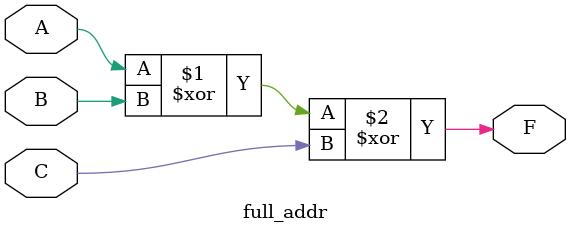
<source format=v>
`timescale 1ns / 1ps


module full_addr(
    input   A,
    input   B,
    input   C,
    output  F
    );
    assign F = A ^ B ^ C;
endmodule

</source>
